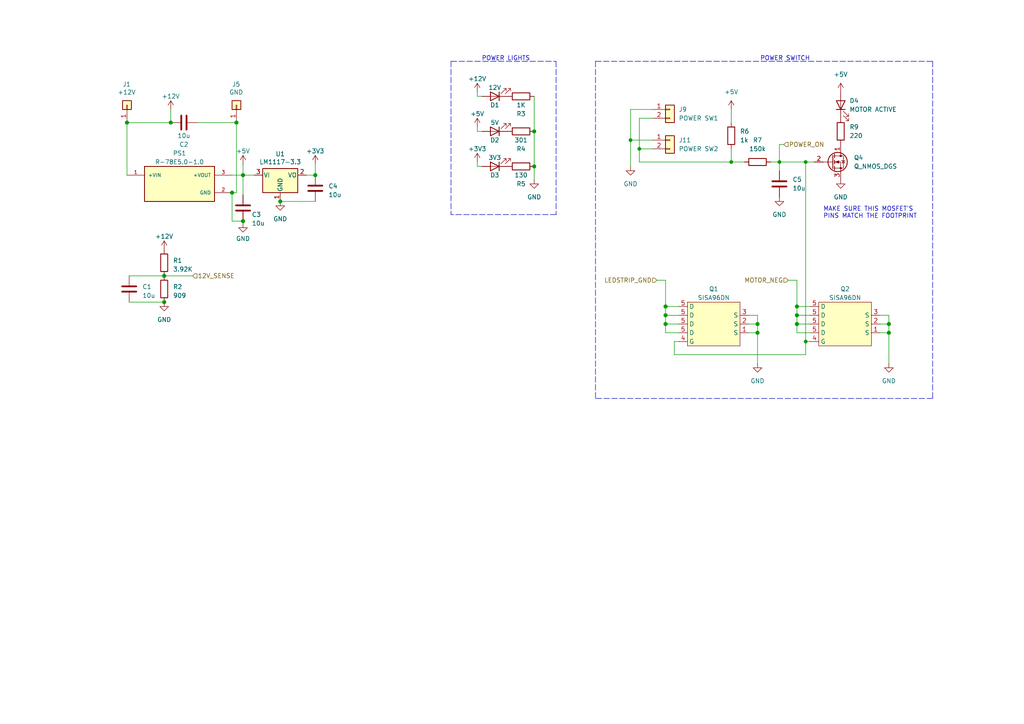
<source format=kicad_sch>
(kicad_sch (version 20211123) (generator eeschema)
  (paper "A4")
  (lib_symbols
    (symbol "Connector_Generic:Conn_01x01" (pin_names (offset 1.016) hide)
      (property "Reference" "J" (at 0 2.54 0))
      (property "Value" "Conn_01x01" (at 0 -2.54 0))
      (symbol "Conn_01x01_1_1"
        (rectangle (start -1.27 0.127) (end 0 -0.127) (stroke (width 0.1524)))
        (rectangle (start -1.27 1.27) (end 1.27 -1.27) (stroke (width 0.254)) (fill (type background)))
        (pin passive line (at -5.08 0 0) (length 3.81) (name "Pin_1") (number "1"))
      )
    )
    (symbol "Connector_Generic:Conn_01x02" (pin_names (offset 1.016) hide)
      (property "Reference" "J" (at 0 2.54 0))
      (property "Value" "Conn_01x02" (at 0 -5.08 0))
      (symbol "Conn_01x02_1_1"
        (rectangle (start -1.27 -2.413) (end 0 -2.667) (stroke (width 0.1524)))
        (rectangle (start -1.27 0.127) (end 0 -0.127) (stroke (width 0.1524)))
        (rectangle (start -1.27 1.27) (end 1.27 -3.81) (stroke (width 0.254)) (fill (type background)))
        (pin passive line (at -5.08 0 0) (length 3.81) (name "Pin_1") (number "1"))
        (pin passive line (at -5.08 -2.54 0) (length 3.81) (name "Pin_2") (number "2"))
      )
    )
    (symbol "Device:C" (pin_numbers hide) (pin_names (offset 0.254))
      (property "Reference" "C" (at 0.635 2.54 0))
      (property "Value" "C" (at 0.635 -2.54 0))
      (symbol "C_0_1"
        (polyline (pts (xy -2.032 -0.762) (xy 2.032 -0.762)) (stroke (width 0.508)))
        (polyline (pts (xy -2.032 0.762) (xy 2.032 0.762)) (stroke (width 0.508)))
      )
      (symbol "C_1_1"
        (pin passive line (at 0 3.81 270) (length 2.794) (name "~") (number "1"))
        (pin passive line (at 0 -3.81 90) (length 2.794) (name "~") (number "2"))
      )
    )
    (symbol "Device:LED" (pin_numbers hide) (pin_names (offset 1.016) hide)
      (property "Reference" "D" (at 0 2.54 0))
      (property "Value" "LED" (at 0 -2.54 0))
      (symbol "LED_0_1"
        (polyline (pts (xy -1.27 -1.27) (xy -1.27 1.27)) (stroke (width 0.254)))
        (polyline (pts (xy -1.27 0) (xy 1.27 0)))
        (polyline (pts (xy 1.27 -1.27) (xy 1.27 1.27) (xy -1.27 0) (xy 1.27 -1.27)) (stroke (width 0.254)))
        (polyline (pts (xy -3.048 -0.762) (xy -4.572 -2.286) (xy -3.81 -2.286) (xy -4.572 -2.286) (xy -4.572 -1.524)))
        (polyline (pts (xy -1.778 -0.762) (xy -3.302 -2.286) (xy -2.54 -2.286) (xy -3.302 -2.286) (xy -3.302 -1.524)))
      )
      (symbol "LED_1_1"
        (pin passive line (at -3.81 0 0) (length 2.54) (name "K") (number "1"))
        (pin passive line (at 3.81 0 180) (length 2.54) (name "A") (number "2"))
      )
    )
    (symbol "Device:Q_NMOS_DGS" (pin_names (offset 0) hide)
      (property "Reference" "Q" (at 5.08 1.27 0))
      (property "Value" "Q_NMOS_DGS" (at 5.08 -1.27 0))
      (symbol "Q_NMOS_DGS_0_1"
        (polyline (pts (xy 0.254 0) (xy -2.54 0)))
        (polyline (pts (xy 0.254 1.905) (xy 0.254 -1.905)) (stroke (width 0.254)))
        (polyline (pts (xy 0.762 -1.27) (xy 0.762 -2.286)) (stroke (width 0.254)))
        (polyline (pts (xy 0.762 0.508) (xy 0.762 -0.508)) (stroke (width 0.254)))
        (polyline (pts (xy 0.762 2.286) (xy 0.762 1.27)) (stroke (width 0.254)))
        (polyline (pts (xy 2.54 2.54) (xy 2.54 1.778)))
        (polyline (pts (xy 2.54 -2.54) (xy 2.54 0) (xy 0.762 0)))
        (polyline (pts (xy 0.762 -1.778) (xy 3.302 -1.778) (xy 3.302 1.778) (xy 0.762 1.778)))
        (polyline (pts (xy 1.016 0) (xy 2.032 0.381) (xy 2.032 -0.381) (xy 1.016 0)) (fill (type outline)))
        (polyline (pts (xy 2.794 0.508) (xy 2.921 0.381) (xy 3.683 0.381) (xy 3.81 0.254)))
        (polyline (pts (xy 3.302 0.381) (xy 2.921 -0.254) (xy 3.683 -0.254) (xy 3.302 0.381)))
        (circle (center 1.651 0) (radius 2.794) (stroke (width 0.254)))
        (circle (center 2.54 -1.778) (radius 0.254) (fill (type outline)))
        (circle (center 2.54 1.778) (radius 0.254) (fill (type outline)))
      )
      (symbol "Q_NMOS_DGS_1_1"
        (pin passive line (at 2.54 5.08 270) (length 2.54) (name "D") (number "1"))
        (pin input line (at -5.08 0 0) (length 2.54) (name "G") (number "2"))
        (pin passive line (at 2.54 -5.08 90) (length 2.54) (name "S") (number "3"))
      )
    )
    (symbol "Device:R" (pin_numbers hide) (pin_names (offset 0))
      (property "Reference" "R" (at 2.032 0 90))
      (property "Value" "R" (at 0 0 90))
      (symbol "R_0_1"
        (rectangle (start -1.016 -2.54) (end 1.016 2.54) (stroke (width 0.254)))
      )
      (symbol "R_1_1"
        (pin passive line (at 0 3.81 270) (length 1.27) (name "~") (number "1"))
        (pin passive line (at 0 -3.81 90) (length 1.27) (name "~") (number "2"))
      )
    )
    (symbol "R-78E5.0-1.0:R-78E5.0-1.0" (pin_names (offset 1.016))
      (property "Reference" "PS" (at -10.16 6.35 0))
      (property "Value" "R-78E5.0-1.0" (at -10.16 -7.62 0))
      (symbol "R-78E5.0-1.0_0_0"
        (rectangle (start -10.16 -5.08) (end 10.16 5.08) (stroke (width 0.254)) (fill (type background)))
        (pin input line (at -15.24 2.54 0) (length 5.08) (name "+VIN") (number "1"))
        (pin power_in line (at 15.24 -2.54 180) (length 5.08) (name "GND") (number "2"))
        (pin output line (at 15.24 2.54 180) (length 5.08) (name "+VOUT") (number "3"))
      )
    )
    (symbol "Regulator_Linear:LM1117-3.3" (pin_names (offset 0.254))
      (property "Reference" "U" (at -3.81 3.175 0))
      (property "Value" "LM1117-3.3" (at 0 3.175 0))
      (symbol "LM1117-3.3_0_1"
        (rectangle (start -5.08 -5.08) (end 5.08 1.905) (stroke (width 0.254)) (fill (type background)))
      )
      (symbol "LM1117-3.3_1_1"
        (pin power_in line (at 0 -7.62 90) (length 2.54) (name "GND") (number "1"))
        (pin power_out line (at 7.62 0 180) (length 2.54) (name "VO") (number "2"))
        (pin power_in line (at -7.62 0 0) (length 2.54) (name "VI") (number "3"))
      )
    )
    (symbol "power:+12V" (power) (pin_names (offset 0))
      (property "Value" "+12V" (at 0 3.556 0))
      (symbol "+12V_0_1"
        (polyline (pts (xy -0.762 1.27) (xy 0 2.54)))
        (polyline (pts (xy 0 0) (xy 0 2.54)))
        (polyline (pts (xy 0 2.54) (xy 0.762 1.27)))
      )
      (symbol "+12V_1_1"
        (pin power_in line (at 0 0 90) (length 0) hide (name "+12V") (number "1"))
      )
    )
    (symbol "power:+3.3V" (power) (pin_names (offset 0))
      (property "Value" "+3.3V" (at 0 3.556 0))
      (symbol "+3.3V_0_1"
        (polyline (pts (xy -0.762 1.27) (xy 0 2.54)))
        (polyline (pts (xy 0 0) (xy 0 2.54)))
        (polyline (pts (xy 0 2.54) (xy 0.762 1.27)))
      )
      (symbol "+3.3V_1_1"
        (pin power_in line (at 0 0 90) (length 0) hide (name "+3V3") (number "1"))
      )
    )
    (symbol "power:+5V" (power) (pin_names (offset 0))
      (property "Value" "+5V" (at 0 3.556 0))
      (symbol "+5V_0_1"
        (polyline (pts (xy -0.762 1.27) (xy 0 2.54)))
        (polyline (pts (xy 0 0) (xy 0 2.54)))
        (polyline (pts (xy 0 2.54) (xy 0.762 1.27)))
      )
      (symbol "+5V_1_1"
        (pin power_in line (at 0 0 90) (length 0) hide (name "+5V") (number "1"))
      )
    )
    (symbol "power:GND" (power) (pin_names (offset 0))
      (property "Value" "GND" (at 0 -3.81 0))
      (symbol "GND_0_1"
        (polyline (pts (xy 0 0) (xy 0 -1.27) (xy 1.27 -1.27) (xy 0 -2.54) (xy -1.27 -1.27) (xy 0 -1.27)))
      )
      (symbol "GND_1_1"
        (pin power_in line (at 0 0 270) (length 0) hide (name "GND") (number "1"))
      )
    )
    (symbol "spinnybot:SISA96DN"
      (property "Reference" "Q" (at 0 1.27 0))
      (property "Value" "SISA96DN" (at 0 -1.27 0))
      (symbol "SISA96DN_0_1"
        (rectangle (start -7.62 6.35) (end 7.62 -6.35) (stroke (width 0.1524)) (fill (type background)))
      )
      (symbol "SISA96DN_1_1"
        (pin output line (at 10.16 -2.54 180) (length 2.54) (name "S") (number "1"))
        (pin output line (at 10.16 0 180) (length 2.54) (name "S") (number "2"))
        (pin output line (at 10.16 2.54 180) (length 2.54) (name "S") (number "3"))
        (pin input line (at -10.16 -5.08 0) (length 2.54) (name "G") (number "4"))
        (pin input line (at -10.16 -2.54 0) (length 2.54) (name "D") (number "5"))
        (pin input line (at -10.16 0 0) (length 2.54) (name "D") (number "5"))
        (pin input line (at -10.16 2.54 0) (length 2.54) (name "D") (number "5"))
        (pin input line (at -10.16 5.08 0) (length 2.54) (name "D") (number "5"))
      )
    )
  )
  (junction (at 231.14 91.44) (diameter 1.016))
  (junction (at 257.81 96.52) (diameter 1.016))
  (junction (at 233.68 46.99))
  (junction (at 233.68 99.06))
  (junction (at 219.71 93.98) (diameter 1.016))
  (junction (at 231.14 88.9) (diameter 1.016))
  (junction (at 81.28 58.42) (diameter 1.016))
  (junction (at 154.94 48.26) (diameter 1.016))
  (junction (at 185.42 43.18))
  (junction (at 91.44 50.8) (diameter 1.016))
  (junction (at 193.04 88.9) (diameter 1.016))
  (junction (at 231.14 93.98) (diameter 1.016))
  (junction (at 226.06 46.99))
  (junction (at 193.04 91.44) (diameter 1.016))
  (junction (at 219.71 96.52) (diameter 1.016))
  (junction (at 257.81 93.98) (diameter 1.016))
  (junction (at 154.94 38.1) (diameter 1.016))
  (junction (at 47.625 80.01) (diameter 1.016))
  (junction (at 193.04 93.98) (diameter 1.016))
  (junction (at 70.485 50.8) (diameter 1.016))
  (junction (at 47.625 87.63) (diameter 1.016))
  (junction (at 67.31 55.88) (diameter 1.016))
  (junction (at 36.83 35.56) (diameter 1.016))
  (junction (at 212.09 46.99))
  (junction (at 49.53 35.56) (diameter 1.016))
  (junction (at 70.485 64.135) (diameter 1.016))
  (junction (at 182.88 40.64))
  (junction (at 68.58 35.56) (diameter 1.016))
  (wire (pts (xy 257.81 96.52) (xy 257.81 93.98)))
  (wire (pts (xy 212.09 43.18) (xy 212.09 46.99)))
  (wire (pts (xy 81.28 58.42) (xy 91.44 58.42)))
  (wire (pts (xy 195.58 99.06) (xy 196.85 99.06)))
  (wire (pts (xy 185.42 43.18) (xy 185.42 46.99)))
  (wire (pts (xy 255.27 91.44) (xy 257.81 91.44)))
  (wire (pts (xy 226.06 41.91) (xy 226.06 46.99)))
  (wire (pts (xy 226.06 46.99) (xy 226.06 49.53)))
  (wire (pts (xy 67.31 50.8) (xy 70.485 50.8)))
  (wire (pts (xy 47.625 80.01) (xy 55.88 80.01)))
  (polyline (pts (xy 130.81 17.78) (xy 161.29 17.78)))
  (polyline (pts (xy 172.72 17.78) (xy 270.51 17.78)) (stroke (width 0) (type dash)))
  (wire (pts (xy 138.43 48.26) (xy 139.7 48.26)))
  (wire (pts (xy 257.81 93.98) (xy 257.81 91.44)))
  (wire (pts (xy 70.485 50.8) (xy 73.66 50.8)))
  (wire (pts (xy 185.42 43.18) (xy 189.23 43.18)))
  (wire (pts (xy 70.485 50.8) (xy 70.485 56.515)))
  (wire (pts (xy 255.27 93.98) (xy 257.81 93.98)))
  (wire (pts (xy 154.94 27.94) (xy 154.94 38.1)))
  (wire (pts (xy 138.43 27.94) (xy 139.7 27.94)))
  (wire (pts (xy 233.68 46.99) (xy 236.22 46.99)))
  (wire (pts (xy 154.94 48.26) (xy 154.94 52.07)))
  (wire (pts (xy 217.17 93.98) (xy 219.71 93.98)))
  (wire (pts (xy 195.58 102.87) (xy 233.68 102.87)))
  (wire (pts (xy 68.58 35.56) (xy 68.58 55.88)))
  (wire (pts (xy 233.68 99.06) (xy 233.68 102.87)))
  (wire (pts (xy 70.485 47.625) (xy 70.485 50.8)))
  (wire (pts (xy 182.88 40.64) (xy 189.23 40.64)))
  (wire (pts (xy 193.04 96.52) (xy 196.85 96.52)))
  (wire (pts (xy 193.04 81.28) (xy 193.04 88.9)))
  (polyline (pts (xy 161.29 62.23) (xy 130.81 62.23)))
  (wire (pts (xy 212.09 31.75) (xy 212.09 35.56)))
  (wire (pts (xy 193.04 93.98) (xy 196.85 93.98)))
  (wire (pts (xy 193.04 91.44) (xy 196.85 91.44)))
  (wire (pts (xy 193.04 88.9) (xy 196.85 88.9)))
  (wire (pts (xy 68.58 55.88) (xy 67.31 55.88)))
  (wire (pts (xy 185.42 46.99) (xy 212.09 46.99)))
  (polyline (pts (xy 172.72 17.78) (xy 172.72 115.57)) (stroke (width 0) (type dash)))
  (polyline (pts (xy 270.51 17.78) (xy 270.51 115.57)) (stroke (width 0) (type dash)))
  (wire (pts (xy 57.15 35.56) (xy 68.58 35.56)))
  (wire (pts (xy 67.31 55.88) (xy 67.31 64.135)))
  (wire (pts (xy 49.53 31.75) (xy 49.53 35.56)))
  (wire (pts (xy 70.485 64.135) (xy 70.485 64.77)))
  (wire (pts (xy 231.14 91.44) (xy 231.14 93.98)))
  (polyline (pts (xy 130.81 17.78) (xy 130.81 62.23)))
  (wire (pts (xy 212.09 46.99) (xy 215.9 46.99)))
  (wire (pts (xy 231.14 93.98) (xy 231.14 96.52)))
  (wire (pts (xy 36.83 35.56) (xy 36.83 50.8)))
  (wire (pts (xy 219.71 93.98) (xy 219.71 91.44)))
  (wire (pts (xy 138.43 26.67) (xy 138.43 27.94)))
  (wire (pts (xy 182.88 31.75) (xy 182.88 40.64)))
  (wire (pts (xy 182.88 40.64) (xy 182.88 48.26)))
  (wire (pts (xy 189.23 34.29) (xy 185.42 34.29)))
  (wire (pts (xy 193.04 88.9) (xy 193.04 91.44)))
  (wire (pts (xy 231.14 91.44) (xy 234.95 91.44)))
  (wire (pts (xy 219.71 96.52) (xy 219.71 93.98)))
  (wire (pts (xy 91.44 50.8) (xy 91.44 47.625)))
  (wire (pts (xy 190.5 81.28) (xy 193.04 81.28)))
  (wire (pts (xy 37.465 80.01) (xy 47.625 80.01)))
  (wire (pts (xy 138.43 38.1) (xy 139.7 38.1)))
  (wire (pts (xy 154.94 38.1) (xy 154.94 48.26)))
  (wire (pts (xy 189.23 31.75) (xy 182.88 31.75)))
  (wire (pts (xy 193.04 93.98) (xy 193.04 96.52)))
  (wire (pts (xy 193.04 91.44) (xy 193.04 93.98)))
  (wire (pts (xy 36.83 35.56) (xy 49.53 35.56)))
  (wire (pts (xy 231.14 81.28) (xy 231.14 88.9)))
  (wire (pts (xy 37.465 87.63) (xy 47.625 87.63)))
  (wire (pts (xy 217.17 96.52) (xy 219.71 96.52)))
  (wire (pts (xy 195.58 99.06) (xy 195.58 102.87)))
  (wire (pts (xy 138.43 36.83) (xy 138.43 38.1)))
  (wire (pts (xy 231.14 88.9) (xy 234.95 88.9)))
  (wire (pts (xy 219.71 105.41) (xy 219.71 96.52)))
  (wire (pts (xy 231.14 93.98) (xy 234.95 93.98)))
  (wire (pts (xy 138.43 46.99) (xy 138.43 48.26)))
  (wire (pts (xy 231.14 96.52) (xy 234.95 96.52)))
  (wire (pts (xy 185.42 34.29) (xy 185.42 43.18)))
  (polyline (pts (xy 161.29 17.78) (xy 161.29 62.23)))
  (wire (pts (xy 228.6 81.28) (xy 231.14 81.28)))
  (wire (pts (xy 255.27 96.52) (xy 257.81 96.52)))
  (wire (pts (xy 231.14 88.9) (xy 231.14 91.44)))
  (wire (pts (xy 233.68 99.06) (xy 234.95 99.06)))
  (wire (pts (xy 223.52 46.99) (xy 226.06 46.99)))
  (wire (pts (xy 227.33 41.91) (xy 226.06 41.91)))
  (wire (pts (xy 257.81 105.41) (xy 257.81 96.52)))
  (wire (pts (xy 67.31 64.135) (xy 70.485 64.135)))
  (wire (pts (xy 217.17 91.44) (xy 219.71 91.44)))
  (wire (pts (xy 226.06 46.99) (xy 233.68 46.99)))
  (polyline (pts (xy 270.51 115.57) (xy 172.72 115.57)) (stroke (width 0) (type dash)))
  (wire (pts (xy 88.9 50.8) (xy 91.44 50.8)))
  (wire (pts (xy 233.68 46.99) (xy 233.68 99.06)))
  (text "POWER SWITCH" (at 234.95 17.78 180) (effects (font (size 1.27 1.27)) (justify right bottom)))
  (text "MAKE SURE THIS MOSFET'S\nPINS MATCH THE FOOTPRINT" (at 238.76 63.5 0) (effects (font (size 1.27 1.27)) (justify left bottom)))
  (text "POWER LIGHTS" (at 139.7 17.78 0) (effects (font (size 1.27 1.27)) (justify left bottom)))
  (hierarchical_label "LEDSTRIP_GND" (shape input) (at 190.5 81.28 180))
  (hierarchical_label "POWER_ON" (shape input) (at 227.33 41.91 0))
  (hierarchical_label "12V_SENSE" (shape input) (at 55.88 80.01 0))
  (hierarchical_label "MOTOR_NEG" (shape input) (at 228.6 81.28 180))
  (symbol (lib_id "power:GND") (at 219.71 105.41 0) (unit 1)
    (property "Reference" "#PWR016" (effects hide))
    (property "Value" "GND" (at 219.71 110.49 0))
  )
  (symbol (lib_id "power:+5V") (at 138.43 36.83 0) (unit 1)
    (property "Reference" "#PWR011" (effects hide))
    (property "Value" "+5V" (at 138.43 33.02 0))
  )
  (symbol (lib_id "Connector_Generic:Conn_01x01") (at 68.58 30.48 90) (unit 1)
    (property "Reference" "J5" (at 68.5038 24.4602 90))
    (property "Value" "GND" (at 68.5038 26.7716 90))
    (property "Footprint" "custom:Stitched_SolderWirePad_1x01_SMD_5x10mm" (effects hide))
  )
  (symbol (lib_id "Connector_Generic:Conn_01x01") (at 36.83 30.48 90) (unit 1)
    (property "Reference" "J1" (at 36.7538 24.4602 90))
    (property "Value" "+12V" (at 36.7538 26.7716 90))
    (property "Footprint" "Connector_Wire:SolderWirePad_1x01_SMD_5x10mm" (effects hide))
  )
  (symbol (lib_id "power:+5V") (at 70.485 47.625 0) (unit 1)
    (property "Reference" "#PWR06" (effects hide))
    (property "Value" "+5V" (at 70.485 43.815 0))
  )
  (symbol (lib_id "Device:LED") (at 143.51 38.1 180) (unit 1)
    (property "Reference" "D2" (at 143.51 40.64 0))
    (property "Value" "5V" (at 143.51 35.56 0))
    (property "Footprint" "LED_SMD:LED_0805_2012Metric_Pad1.15x1.40mm_HandSolder" (effects hide))
  )
  (symbol (lib_id "power:GND") (at 81.28 58.42 0) (unit 1)
    (property "Reference" "#PWR08" (effects hide))
    (property "Value" "GND" (at 81.28 63.5 0))
  )
  (symbol (lib_id "Device:C") (at 53.34 35.56 270) (unit 1)
    (property "Reference" "C2" (at 53.34 41.91 90))
    (property "Value" "10u" (at 53.34 39.37 90))
    (property "Footprint" "Capacitor_SMD:C_0805_2012Metric_Pad1.18x1.45mm_HandSolder" (effects hide))
  )
  (symbol (lib_id "power:+5V") (at 212.09 31.75 0) (unit 1)
    (property "Reference" "#PWR015" (effects hide))
    (property "Value" "+5V" (at 212.09 26.67 0))
  )
  (symbol (lib_id "Device:R") (at 47.625 76.2 0) (unit 1)
    (property "Reference" "R1" (at 50.165 75.5649 0) (effects (justify left)))
    (property "Value" "3.92K" (at 50.165 78.1049 0) (effects (justify left)))
    (property "Footprint" "Resistor_SMD:R_0805_2012Metric_Pad1.20x1.40mm_HandSolder" (effects hide))
  )
  (symbol (lib_id "Device:LED") (at 143.51 48.26 180) (unit 1)
    (property "Reference" "D3" (at 143.51 50.8 0))
    (property "Value" "3V3" (at 143.51 45.72 0))
    (property "Footprint" "LED_SMD:LED_0805_2012Metric_Pad1.15x1.40mm_HandSolder" (effects hide))
  )
  (symbol (lib_id "power:+5V") (at 243.84 26.67 0) (unit 1)
    (property "Reference" "#PWR018" (effects hide))
    (property "Value" "+5V" (at 243.84 21.59 0))
  )
  (symbol (lib_id "spinnybot:SISA96DN") (at 245.11 93.98 0) (unit 1)
    (property "Reference" "Q2" (at 245.11 83.82 0))
    (property "Value" "SISA96DN" (at 245.11 86.36 0))
    (property "Footprint" "Package_SO:Vishay_PowerPAK_1212-8_Single" (effects hide))
  )
  (symbol (lib_id "Device:LED") (at 143.51 27.94 180) (unit 1)
    (property "Reference" "D1" (at 143.51 30.48 0))
    (property "Value" "12V" (at 143.51 25.4 0))
    (property "Footprint" "LED_SMD:LED_0805_2012Metric_Pad1.15x1.40mm_HandSolder" (effects hide))
  )
  (symbol (lib_id "Device:R") (at 212.09 39.37 0) (unit 1)
    (property "Reference" "R6" (at 214.63 38.0999 0) (effects (justify left)))
    (property "Value" "1k" (at 214.63 40.6399 0) (effects (justify left)))
    (property "Footprint" "Resistor_SMD:R_0805_2012Metric_Pad1.20x1.40mm_HandSolder" (effects hide))
  )
  (symbol (lib_id "Device:R") (at 151.13 27.94 270) (unit 1)
    (property "Reference" "R3" (at 151.13 33.02 90))
    (property "Value" "1K" (at 151.13 30.48 90))
    (property "Footprint" "Resistor_SMD:R_0805_2012Metric_Pad1.20x1.40mm_HandSolder" (effects hide))
  )
  (symbol (lib_id "power:GND") (at 154.94 52.07 0) (unit 1)
    (property "Reference" "#PWR013" (effects hide))
    (property "Value" "GND" (at 154.94 57.15 0))
  )
  (symbol (lib_id "Device:R") (at 243.84 38.1 180) (unit 1)
    (property "Reference" "R9" (at 246.38 36.8299 0) (effects (justify right)))
    (property "Value" "220" (at 246.38 39.3699 0) (effects (justify right)))
    (property "Footprint" "Resistor_SMD:R_0805_2012Metric_Pad1.20x1.40mm_HandSolder" (effects hide))
  )
  (symbol (lib_id "power:GND") (at 243.84 52.07 0) (unit 1)
    (property "Reference" "#PWR019" (effects hide))
    (property "Value" "GND" (at 243.84 57.15 0))
  )
  (symbol (lib_id "power:+12V") (at 138.43 26.67 0) (unit 1)
    (property "Reference" "#PWR010" (effects hide))
    (property "Value" "+12V" (at 138.43 22.86 0))
  )
  (symbol (lib_id "Device:R") (at 219.71 46.99 90) (unit 1)
    (property "Reference" "R7" (at 219.71 40.64 90))
    (property "Value" "150k" (at 219.71 43.18 90))
    (property "Footprint" "Resistor_SMD:R_0805_2012Metric_Pad1.20x1.40mm_HandSolder" (effects hide))
  )
  (symbol (lib_id "power:GND") (at 257.81 105.41 0) (unit 1)
    (property "Reference" "#PWR020" (effects hide))
    (property "Value" "GND" (at 257.81 110.49 0))
  )
  (symbol (lib_id "Device:R") (at 151.13 38.1 270) (unit 1)
    (property "Reference" "R4" (at 151.13 43.18 90))
    (property "Value" "301" (at 151.13 40.64 90))
    (property "Footprint" "Resistor_SMD:R_0805_2012Metric_Pad1.20x1.40mm_HandSolder" (effects hide))
  )
  (symbol (lib_id "Device:R") (at 47.625 83.82 0) (unit 1)
    (property "Reference" "R2" (at 50.165 83.1849 0) (effects (justify left)))
    (property "Value" "909" (at 50.165 85.7249 0) (effects (justify left)))
    (property "Footprint" "Resistor_SMD:R_0805_2012Metric_Pad1.20x1.40mm_HandSolder" (effects hide))
  )
  (symbol (lib_id "Device:C") (at 37.465 83.82 0) (unit 1)
    (property "Reference" "C1" (at 41.275 83.1849 0) (effects (justify left)))
    (property "Value" "10u" (at 41.275 85.7249 0) (effects (justify left)))
    (property "Footprint" "Capacitor_SMD:C_1206_3216Metric_Pad1.33x1.80mm_HandSolder" (effects hide))
  )
  (symbol (lib_id "Regulator_Linear:LM1117-3.3") (at 81.28 50.8 0) (unit 1)
    (property "Reference" "U1" (at 81.28 44.6532 0))
    (property "Value" "LM1117-3.3" (at 81.28 46.9646 0))
    (property "Footprint" "Package_TO_SOT_SMD:SOT-223-3_TabPin2" (effects hide))
    (property "Datasheet" "http://www.ti.com/lit/ds/symlink/lm1117.pdf" (effects hide))
  )
  (symbol (lib_id "power:GND") (at 47.625 87.63 0) (unit 1)
    (property "Reference" "#PWR04" (effects hide))
    (property "Value" "GND" (at 47.625 92.71 0))
  )
  (symbol (lib_id "power:GND") (at 226.06 57.15 0) (unit 1)
    (property "Reference" "#PWR017" (effects hide))
    (property "Value" "GND" (at 226.06 62.23 0))
  )
  (symbol (lib_id "power:GND") (at 70.485 64.77 0) (unit 1)
    (property "Reference" "#PWR07" (effects hide))
    (property "Value" "GND" (at 70.485 69.215 0))
  )
  (symbol (lib_id "Device:Q_NMOS_DGS") (at 241.3 46.99 0) (unit 1)
    (property "Reference" "Q4" (at 247.65 45.7199 0) (effects (justify left)))
    (property "Value" "Q_NMOS_DGS" (at 247.65 48.2599 0) (effects (justify left)))
    (property "Footprint" "Package_TO_SOT_SMD:SOT-23" (effects hide))
  )
  (symbol (lib_id "power:+12V") (at 47.625 72.39 0) (unit 1)
    (property "Reference" "#PWR03" (effects hide))
    (property "Value" "+12V" (at 47.625 68.58 0))
  )
  (symbol (lib_id "Connector_Generic:Conn_01x02") (at 194.31 40.64 0) (unit 1)
    (property "Reference" "J11" (at 196.85 40.6399 0) (effects (justify left)))
    (property "Value" "POWER SW2" (at 196.85 43.1799 0) (effects (justify left)))
    (property "Footprint" "Connector_JST:JST_PH_S2B-PH-SM4-TB_1x02-1MP_P2.00mm_Horizontal" (effects hide))
  )
  (symbol (lib_id "R-78E5.0-1.0:R-78E5.0-1.0") (at 52.07 53.34 0) (unit 1)
    (property "Reference" "PS1" (at 52.07 44.45 0))
    (property "Value" "R-78E5.0-1.0" (at 52.07 46.99 0))
    (property "Footprint" "R-78E5:CONV_R-78E5.0-1.0" (effects hide))
    (property "MANUFACTURER" "RECOM" (effects hide))
    (property "PARTREV" "6" (effects hide))
    (property "MAXIMUM_PACKAGE_HEIGHT" "10.40mm" (effects hide))
    (property "STANDARD" "Manufacturer Recommendations" (effects hide))
  )
  (symbol (lib_id "power:+3.3V") (at 138.43 46.99 0) (unit 1)
    (property "Reference" "#PWR012" (effects hide))
    (property "Value" "+3.3V" (at 138.43 43.18 0))
  )
  (symbol (lib_id "Connector_Generic:Conn_01x02") (at 194.31 31.75 0) (unit 1)
    (property "Reference" "J9" (at 196.85 31.7499 0) (effects (justify left)))
    (property "Value" "POWER SW1" (at 196.85 34.2899 0) (effects (justify left)))
    (property "Footprint" "Connector_JST:JST_PH_S2B-PH-SM4-TB_1x02-1MP_P2.00mm_Horizontal" (effects hide))
  )
  (symbol (lib_id "Device:C") (at 226.06 53.34 180) (unit 1)
    (property "Reference" "C5" (at 229.87 52.0699 0) (effects (justify right)))
    (property "Value" "10u" (at 229.87 54.6099 0) (effects (justify right)))
    (property "Footprint" "Capacitor_SMD:C_1206_3216Metric_Pad1.33x1.80mm_HandSolder" (effects hide))
  )
  (symbol (lib_id "Device:C") (at 91.44 54.61 0) (unit 1)
    (property "Reference" "C4" (at 95.25 53.9749 0) (effects (justify left)))
    (property "Value" "10u" (at 95.25 56.5149 0) (effects (justify left)))
    (property "Footprint" "Capacitor_SMD:C_1206_3216Metric_Pad1.33x1.80mm_HandSolder" (effects hide))
  )
  (symbol (lib_id "power:+3.3V") (at 91.44 47.625 0) (unit 1)
    (property "Reference" "#PWR09" (effects hide))
    (property "Value" "+3.3V" (at 91.44 43.815 0))
  )
  (symbol (lib_id "Device:LED") (at 243.84 30.48 90) (unit 1)
    (property "Reference" "D4" (at 246.38 29.21 90) (effects (justify right)))
    (property "Value" "MOTOR ACTIVE" (at 246.38 31.75 90) (effects (justify right)))
    (property "Footprint" "LED_SMD:LED_0805_2012Metric_Pad1.15x1.40mm_HandSolder" (effects hide))
  )
  (symbol (lib_id "power:GND") (at 182.88 48.26 0) (unit 1)
    (property "Reference" "#PWR014" (effects hide))
    (property "Value" "GND" (at 182.88 53.34 0))
  )
  (symbol (lib_id "Device:R") (at 151.13 48.26 270) (unit 1)
    (property "Reference" "R5" (at 151.13 53.34 90))
    (property "Value" "130" (at 151.13 50.8 90))
    (property "Footprint" "Resistor_SMD:R_0805_2012Metric_Pad1.20x1.40mm_HandSolder" (effects hide))
  )
  (symbol (lib_id "spinnybot:SISA96DN") (at 207.01 93.98 0) (unit 1)
    (property "Reference" "Q1" (at 207.01 83.82 0))
    (property "Value" "SISA96DN" (at 207.01 86.36 0))
    (property "Footprint" "Package_SO:Vishay_PowerPAK_1212-8_Single" (effects hide))
  )
  (symbol (lib_id "Device:C") (at 70.485 60.325 0) (unit 1)
    (property "Reference" "C3" (at 73.025 62.2299 0) (effects (justify left)))
    (property "Value" "10u" (at 73.025 64.7699 0) (effects (justify left)))
    (property "Footprint" "Capacitor_SMD:C_1206_3216Metric_Pad1.33x1.80mm_HandSolder" (effects hide))
  )
  (symbol (lib_id "power:+12V") (at 49.53 31.75 0) (unit 1)
    (property "Reference" "#PWR05" (effects hide))
    (property "Value" "+12V" (at 49.53 27.94 0))
  )
)
</source>
